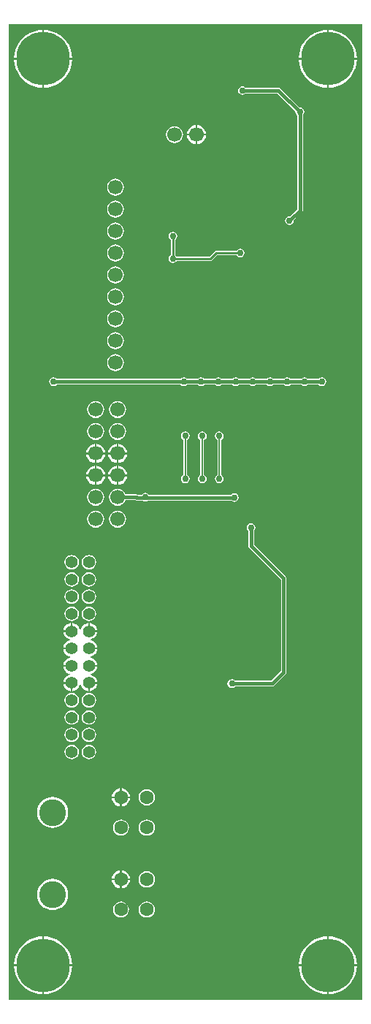
<source format=gbl>
G04*
G04 #@! TF.GenerationSoftware,Altium Limited,Altium Designer,20.2.6 (244)*
G04*
G04 Layer_Physical_Order=2*
G04 Layer_Color=16711680*
%FSLAX25Y25*%
%MOIN*%
G70*
G04*
G04 #@! TF.SameCoordinates,AB67291A-AA9B-40AF-8186-DAF89046D4B2*
G04*
G04*
G04 #@! TF.FilePolarity,Positive*
G04*
G01*
G75*
%ADD13C,0.01000*%
%ADD47C,0.00600*%
%ADD48C,0.01600*%
%ADD52C,0.06299*%
%ADD53C,0.12205*%
%ADD54C,0.06693*%
%ADD55C,0.05512*%
%ADD56C,0.24410*%
%ADD57C,0.02953*%
G36*
X163315Y2039D02*
X2039D01*
Y446780D01*
X163315D01*
X163315Y2039D01*
D02*
G37*
%LPC*%
G36*
X148038Y444316D02*
Y431502D01*
X160852D01*
X160720Y433174D01*
X160235Y435195D01*
X159440Y437116D01*
X158354Y438888D01*
X157004Y440468D01*
X155423Y441818D01*
X153651Y442904D01*
X151731Y443700D01*
X149710Y444185D01*
X148038Y444316D01*
D02*
G37*
G36*
X147238D02*
X145566Y444185D01*
X143545Y443700D01*
X141624Y442904D01*
X139852Y441818D01*
X138272Y440468D01*
X136922Y438888D01*
X135836Y437116D01*
X135040Y435195D01*
X134555Y433174D01*
X134424Y431502D01*
X147238D01*
Y444316D01*
D02*
G37*
G36*
X18116D02*
Y431502D01*
X30931D01*
X30799Y433174D01*
X30314Y435195D01*
X29518Y437116D01*
X28432Y438888D01*
X27083Y440468D01*
X25502Y441818D01*
X23730Y442904D01*
X21810Y443700D01*
X19789Y444185D01*
X18116Y444316D01*
D02*
G37*
G36*
X17316D02*
X15644Y444185D01*
X13623Y443700D01*
X11703Y442904D01*
X9931Y441818D01*
X8350Y440468D01*
X7001Y438888D01*
X5915Y437116D01*
X5119Y435195D01*
X4634Y433174D01*
X4502Y431502D01*
X17316D01*
Y444316D01*
D02*
G37*
G36*
X160852Y430702D02*
X148038D01*
Y417888D01*
X149710Y418020D01*
X151731Y418505D01*
X153651Y419301D01*
X155423Y420387D01*
X157004Y421736D01*
X158354Y423317D01*
X159440Y425089D01*
X160235Y427009D01*
X160720Y429030D01*
X160852Y430702D01*
D02*
G37*
G36*
X147238D02*
X134424D01*
X134555Y429030D01*
X135040Y427009D01*
X135836Y425089D01*
X136922Y423317D01*
X138272Y421736D01*
X139852Y420387D01*
X141624Y419301D01*
X143545Y418505D01*
X145566Y418020D01*
X147238Y417888D01*
Y430702D01*
D02*
G37*
G36*
X30931D02*
X18116D01*
Y417888D01*
X19789Y418020D01*
X21810Y418505D01*
X23730Y419301D01*
X25502Y420387D01*
X27083Y421736D01*
X28432Y423317D01*
X29518Y425089D01*
X30314Y427009D01*
X30799Y429030D01*
X30931Y430702D01*
D02*
G37*
G36*
X17316D02*
X4502D01*
X4634Y429030D01*
X5119Y427009D01*
X5915Y425089D01*
X7001Y423317D01*
X8350Y421736D01*
X9931Y420387D01*
X11703Y419301D01*
X13623Y418505D01*
X15644Y418020D01*
X17316Y417888D01*
Y430702D01*
D02*
G37*
G36*
X88077Y400867D02*
Y396935D01*
X92009D01*
X91912Y397670D01*
X91474Y398727D01*
X90777Y399635D01*
X89869Y400332D01*
X88812Y400770D01*
X88077Y400867D01*
D02*
G37*
G36*
X87277D02*
X86542Y400770D01*
X85485Y400332D01*
X84577Y399635D01*
X83881Y398727D01*
X83443Y397670D01*
X83346Y396935D01*
X87277D01*
Y400867D01*
D02*
G37*
G36*
X77677Y400415D02*
X76673Y400283D01*
X75737Y399895D01*
X74934Y399279D01*
X74317Y398475D01*
X73930Y397540D01*
X73798Y396535D01*
X73930Y395531D01*
X74317Y394596D01*
X74934Y393792D01*
X75737Y393176D01*
X76673Y392788D01*
X77677Y392656D01*
X78681Y392788D01*
X79617Y393176D01*
X80421Y393792D01*
X81037Y394596D01*
X81425Y395531D01*
X81557Y396535D01*
X81425Y397540D01*
X81037Y398475D01*
X80421Y399279D01*
X79617Y399895D01*
X78681Y400283D01*
X77677Y400415D01*
D02*
G37*
G36*
X87277Y396135D02*
X83346D01*
X83443Y395401D01*
X83881Y394343D01*
X84577Y393436D01*
X85485Y392739D01*
X86542Y392301D01*
X87277Y392204D01*
Y396135D01*
D02*
G37*
G36*
X92009D02*
X88077D01*
Y392204D01*
X88812Y392301D01*
X89869Y392739D01*
X90777Y393436D01*
X91474Y394343D01*
X91912Y395401D01*
X92009Y396135D01*
D02*
G37*
G36*
X50748Y376439D02*
X49744Y376307D01*
X48808Y375919D01*
X48005Y375302D01*
X47388Y374499D01*
X47001Y373563D01*
X46868Y372559D01*
X47001Y371555D01*
X47388Y370619D01*
X48005Y369816D01*
X48808Y369199D01*
X49744Y368812D01*
X50748Y368679D01*
X51752Y368812D01*
X52688Y369199D01*
X53491Y369816D01*
X54108Y370619D01*
X54496Y371555D01*
X54628Y372559D01*
X54496Y373563D01*
X54108Y374499D01*
X53491Y375302D01*
X52688Y375919D01*
X51752Y376307D01*
X50748Y376439D01*
D02*
G37*
G36*
X108660Y418652D02*
X107889Y418499D01*
X107235Y418062D01*
X106798Y417408D01*
X106645Y416637D01*
X106798Y415866D01*
X107235Y415212D01*
X107889Y414775D01*
X108660Y414622D01*
X109431Y414775D01*
X110085Y415212D01*
X110151Y415311D01*
X124557D01*
X132858Y407011D01*
X132834Y406894D01*
X132988Y406122D01*
X133425Y405469D01*
X133524Y405402D01*
Y362592D01*
X130208Y359275D01*
X130091Y359299D01*
X129319Y359145D01*
X128666Y358708D01*
X128229Y358055D01*
X128076Y357283D01*
X128229Y356512D01*
X128666Y355859D01*
X129319Y355422D01*
X130091Y355268D01*
X130862Y355422D01*
X131515Y355859D01*
X131952Y356512D01*
X132106Y357283D01*
X132082Y357401D01*
X135787Y361105D01*
X136074Y361535D01*
X136175Y362042D01*
Y405402D01*
X136275Y405469D01*
X136711Y406122D01*
X136865Y406894D01*
X136711Y407665D01*
X136275Y408319D01*
X135621Y408755D01*
X134850Y408909D01*
X134732Y408885D01*
X126043Y417574D01*
X125613Y417862D01*
X125106Y417963D01*
X110151D01*
X110085Y418062D01*
X109431Y418499D01*
X108660Y418652D01*
D02*
G37*
G36*
X50748Y366439D02*
X49744Y366306D01*
X48808Y365919D01*
X48005Y365302D01*
X47388Y364499D01*
X47001Y363563D01*
X46868Y362559D01*
X47001Y361555D01*
X47388Y360619D01*
X48005Y359816D01*
X48808Y359199D01*
X49744Y358812D01*
X50748Y358679D01*
X51752Y358812D01*
X52688Y359199D01*
X53491Y359816D01*
X54108Y360619D01*
X54496Y361555D01*
X54628Y362559D01*
X54496Y363563D01*
X54108Y364499D01*
X53491Y365302D01*
X52688Y365919D01*
X51752Y366306D01*
X50748Y366439D01*
D02*
G37*
G36*
Y356439D02*
X49744Y356307D01*
X48808Y355919D01*
X48005Y355302D01*
X47388Y354499D01*
X47001Y353563D01*
X46868Y352559D01*
X47001Y351555D01*
X47388Y350619D01*
X48005Y349816D01*
X48808Y349199D01*
X49744Y348812D01*
X50748Y348679D01*
X51752Y348812D01*
X52688Y349199D01*
X53491Y349816D01*
X54108Y350619D01*
X54496Y351555D01*
X54628Y352559D01*
X54496Y353563D01*
X54108Y354499D01*
X53491Y355302D01*
X52688Y355919D01*
X51752Y356307D01*
X50748Y356439D01*
D02*
G37*
G36*
X76900Y352215D02*
X76129Y352062D01*
X75475Y351625D01*
X75038Y350971D01*
X74885Y350200D01*
X75038Y349429D01*
X75475Y348775D01*
X75880Y348504D01*
Y341658D01*
X75475Y341388D01*
X75038Y340734D01*
X74885Y339963D01*
X75038Y339191D01*
X75475Y338538D01*
X76129Y338101D01*
X76900Y337948D01*
X77671Y338101D01*
X78325Y338538D01*
X78554Y338880D01*
X94000D01*
X94390Y338958D01*
X94721Y339179D01*
X97062Y341520D01*
X105922D01*
X106193Y341114D01*
X106847Y340678D01*
X107618Y340524D01*
X108389Y340678D01*
X109043Y341114D01*
X109480Y341768D01*
X109633Y342539D01*
X109480Y343310D01*
X109043Y343964D01*
X108389Y344401D01*
X107618Y344554D01*
X106847Y344401D01*
X106193Y343964D01*
X105922Y343559D01*
X96639D01*
X96249Y343481D01*
X95918Y343260D01*
X93578Y340920D01*
X78637D01*
X78325Y341388D01*
X77920Y341658D01*
Y348504D01*
X78325Y348775D01*
X78762Y349429D01*
X78915Y350200D01*
X78762Y350971D01*
X78325Y351625D01*
X77671Y352062D01*
X76900Y352215D01*
D02*
G37*
G36*
X50748Y346439D02*
X49744Y346306D01*
X48808Y345919D01*
X48005Y345302D01*
X47388Y344499D01*
X47001Y343563D01*
X46868Y342559D01*
X47001Y341555D01*
X47388Y340619D01*
X48005Y339816D01*
X48808Y339199D01*
X49744Y338812D01*
X50748Y338679D01*
X51752Y338812D01*
X52688Y339199D01*
X53491Y339816D01*
X54108Y340619D01*
X54496Y341555D01*
X54628Y342559D01*
X54496Y343563D01*
X54108Y344499D01*
X53491Y345302D01*
X52688Y345919D01*
X51752Y346306D01*
X50748Y346439D01*
D02*
G37*
G36*
Y336439D02*
X49744Y336307D01*
X48808Y335919D01*
X48005Y335302D01*
X47388Y334499D01*
X47001Y333563D01*
X46868Y332559D01*
X47001Y331555D01*
X47388Y330619D01*
X48005Y329816D01*
X48808Y329199D01*
X49744Y328812D01*
X50748Y328679D01*
X51752Y328812D01*
X52688Y329199D01*
X53491Y329816D01*
X54108Y330619D01*
X54496Y331555D01*
X54628Y332559D01*
X54496Y333563D01*
X54108Y334499D01*
X53491Y335302D01*
X52688Y335919D01*
X51752Y336307D01*
X50748Y336439D01*
D02*
G37*
G36*
Y326439D02*
X49744Y326307D01*
X48808Y325919D01*
X48005Y325302D01*
X47388Y324499D01*
X47001Y323563D01*
X46868Y322559D01*
X47001Y321555D01*
X47388Y320619D01*
X48005Y319816D01*
X48808Y319199D01*
X49744Y318812D01*
X50748Y318679D01*
X51752Y318812D01*
X52688Y319199D01*
X53491Y319816D01*
X54108Y320619D01*
X54496Y321555D01*
X54628Y322559D01*
X54496Y323563D01*
X54108Y324499D01*
X53491Y325302D01*
X52688Y325919D01*
X51752Y326307D01*
X50748Y326439D01*
D02*
G37*
G36*
Y316439D02*
X49744Y316306D01*
X48808Y315919D01*
X48005Y315302D01*
X47388Y314499D01*
X47001Y313563D01*
X46868Y312559D01*
X47001Y311555D01*
X47388Y310619D01*
X48005Y309816D01*
X48808Y309199D01*
X49744Y308812D01*
X50748Y308679D01*
X51752Y308812D01*
X52688Y309199D01*
X53491Y309816D01*
X54108Y310619D01*
X54496Y311555D01*
X54628Y312559D01*
X54496Y313563D01*
X54108Y314499D01*
X53491Y315302D01*
X52688Y315919D01*
X51752Y316306D01*
X50748Y316439D01*
D02*
G37*
G36*
Y306439D02*
X49744Y306307D01*
X48808Y305919D01*
X48005Y305302D01*
X47388Y304499D01*
X47001Y303563D01*
X46868Y302559D01*
X47001Y301555D01*
X47388Y300619D01*
X48005Y299816D01*
X48808Y299199D01*
X49744Y298812D01*
X50748Y298679D01*
X51752Y298812D01*
X52688Y299199D01*
X53491Y299816D01*
X54108Y300619D01*
X54496Y301555D01*
X54628Y302559D01*
X54496Y303563D01*
X54108Y304499D01*
X53491Y305302D01*
X52688Y305919D01*
X51752Y306307D01*
X50748Y306439D01*
D02*
G37*
G36*
Y296439D02*
X49744Y296306D01*
X48808Y295919D01*
X48005Y295302D01*
X47388Y294499D01*
X47001Y293563D01*
X46868Y292559D01*
X47001Y291555D01*
X47388Y290619D01*
X48005Y289816D01*
X48808Y289199D01*
X49744Y288812D01*
X50748Y288679D01*
X51752Y288812D01*
X52688Y289199D01*
X53491Y289816D01*
X54108Y290619D01*
X54496Y291555D01*
X54628Y292559D01*
X54496Y293563D01*
X54108Y294499D01*
X53491Y295302D01*
X52688Y295919D01*
X51752Y296306D01*
X50748Y296439D01*
D02*
G37*
G36*
X144882Y285873D02*
X144111Y285720D01*
X143457Y285283D01*
X143391Y285184D01*
X138499D01*
X138433Y285283D01*
X137779Y285720D01*
X137008Y285873D01*
X136237Y285720D01*
X135583Y285283D01*
X135517Y285184D01*
X130625D01*
X130559Y285283D01*
X129905Y285720D01*
X129134Y285873D01*
X128363Y285720D01*
X127709Y285283D01*
X127643Y285184D01*
X122751D01*
X122685Y285283D01*
X122031Y285720D01*
X121260Y285873D01*
X120489Y285720D01*
X119835Y285283D01*
X119769Y285184D01*
X114877D01*
X114811Y285283D01*
X114157Y285720D01*
X113386Y285873D01*
X112615Y285720D01*
X111961Y285283D01*
X111895Y285184D01*
X107003D01*
X106937Y285283D01*
X106283Y285720D01*
X105512Y285873D01*
X104741Y285720D01*
X104087Y285283D01*
X104021Y285184D01*
X99129D01*
X99063Y285283D01*
X98409Y285720D01*
X97638Y285873D01*
X96867Y285720D01*
X96213Y285283D01*
X96147Y285184D01*
X91255D01*
X91189Y285283D01*
X90535Y285720D01*
X89764Y285873D01*
X88993Y285720D01*
X88339Y285283D01*
X88273Y285184D01*
X83381D01*
X83315Y285283D01*
X82661Y285720D01*
X81890Y285873D01*
X81119Y285720D01*
X80465Y285283D01*
X80398Y285184D01*
X23932D01*
X23866Y285283D01*
X23212Y285720D01*
X22441Y285873D01*
X21670Y285720D01*
X21016Y285283D01*
X20579Y284629D01*
X20426Y283858D01*
X20579Y283087D01*
X21016Y282433D01*
X21670Y281997D01*
X22441Y281843D01*
X23212Y281997D01*
X23866Y282433D01*
X23932Y282533D01*
X80398D01*
X80465Y282433D01*
X81119Y281997D01*
X81890Y281843D01*
X82661Y281997D01*
X83315Y282433D01*
X83381Y282533D01*
X88273D01*
X88339Y282433D01*
X88993Y281997D01*
X89764Y281843D01*
X90535Y281997D01*
X91189Y282433D01*
X91255Y282533D01*
X96147D01*
X96213Y282433D01*
X96867Y281997D01*
X97638Y281843D01*
X98409Y281997D01*
X99063Y282433D01*
X99129Y282533D01*
X104021D01*
X104087Y282433D01*
X104741Y281997D01*
X105512Y281843D01*
X106283Y281997D01*
X106937Y282433D01*
X107003Y282533D01*
X111895D01*
X111961Y282433D01*
X112615Y281997D01*
X113386Y281843D01*
X114157Y281997D01*
X114811Y282433D01*
X114877Y282533D01*
X119769D01*
X119835Y282433D01*
X120489Y281997D01*
X121260Y281843D01*
X122031Y281997D01*
X122685Y282433D01*
X122751Y282533D01*
X127643D01*
X127709Y282433D01*
X128363Y281997D01*
X129134Y281843D01*
X129905Y281997D01*
X130559Y282433D01*
X130625Y282533D01*
X135517D01*
X135583Y282433D01*
X136237Y281997D01*
X137008Y281843D01*
X137779Y281997D01*
X138433Y282433D01*
X138499Y282533D01*
X143391D01*
X143457Y282433D01*
X144111Y281997D01*
X144882Y281843D01*
X145653Y281997D01*
X146307Y282433D01*
X146744Y283087D01*
X146897Y283858D01*
X146744Y284629D01*
X146307Y285283D01*
X145653Y285720D01*
X144882Y285873D01*
D02*
G37*
G36*
X51653Y275021D02*
X50649Y274889D01*
X49714Y274502D01*
X48910Y273885D01*
X48294Y273082D01*
X47906Y272146D01*
X47774Y271142D01*
X47906Y270138D01*
X48294Y269202D01*
X48910Y268398D01*
X49714Y267782D01*
X50649Y267394D01*
X51653Y267262D01*
X52658Y267394D01*
X53593Y267782D01*
X54397Y268398D01*
X55013Y269202D01*
X55401Y270138D01*
X55533Y271142D01*
X55401Y272146D01*
X55013Y273082D01*
X54397Y273885D01*
X53593Y274502D01*
X52658Y274889D01*
X51653Y275021D01*
D02*
G37*
G36*
X41653D02*
X40649Y274889D01*
X39714Y274502D01*
X38910Y273885D01*
X38294Y273082D01*
X37906Y272146D01*
X37774Y271142D01*
X37906Y270138D01*
X38294Y269202D01*
X38910Y268398D01*
X39714Y267782D01*
X40649Y267394D01*
X41653Y267262D01*
X42658Y267394D01*
X43593Y267782D01*
X44397Y268398D01*
X45013Y269202D01*
X45401Y270138D01*
X45533Y271142D01*
X45401Y272146D01*
X45013Y273082D01*
X44397Y273885D01*
X43593Y274502D01*
X42658Y274889D01*
X41653Y275021D01*
D02*
G37*
G36*
X51653Y265021D02*
X50649Y264889D01*
X49714Y264502D01*
X48910Y263885D01*
X48294Y263082D01*
X47906Y262146D01*
X47774Y261142D01*
X47906Y260138D01*
X48294Y259202D01*
X48910Y258398D01*
X49714Y257782D01*
X50649Y257394D01*
X51653Y257262D01*
X52658Y257394D01*
X53593Y257782D01*
X54397Y258398D01*
X55013Y259202D01*
X55401Y260138D01*
X55533Y261142D01*
X55401Y262146D01*
X55013Y263082D01*
X54397Y263885D01*
X53593Y264502D01*
X52658Y264889D01*
X51653Y265021D01*
D02*
G37*
G36*
X41653D02*
X40649Y264889D01*
X39714Y264502D01*
X38910Y263885D01*
X38294Y263082D01*
X37906Y262146D01*
X37774Y261142D01*
X37906Y260138D01*
X38294Y259202D01*
X38910Y258398D01*
X39714Y257782D01*
X40649Y257394D01*
X41653Y257262D01*
X42658Y257394D01*
X43593Y257782D01*
X44397Y258398D01*
X45013Y259202D01*
X45401Y260138D01*
X45533Y261142D01*
X45401Y262146D01*
X45013Y263082D01*
X44397Y263885D01*
X43593Y264502D01*
X42658Y264889D01*
X41653Y265021D01*
D02*
G37*
G36*
X52053Y255473D02*
Y251542D01*
X55985D01*
X55888Y252276D01*
X55450Y253334D01*
X54754Y254242D01*
X53846Y254938D01*
X52788Y255376D01*
X52053Y255473D01*
D02*
G37*
G36*
X42054D02*
Y251542D01*
X45985D01*
X45888Y252276D01*
X45450Y253334D01*
X44754Y254242D01*
X43845Y254938D01*
X42788Y255376D01*
X42054Y255473D01*
D02*
G37*
G36*
X41254D02*
X40519Y255376D01*
X39462Y254938D01*
X38554Y254242D01*
X37857Y253334D01*
X37419Y252276D01*
X37322Y251542D01*
X41254D01*
Y255473D01*
D02*
G37*
G36*
X51253D02*
X50519Y255376D01*
X49462Y254938D01*
X48554Y254242D01*
X47857Y253334D01*
X47419Y252276D01*
X47322Y251542D01*
X51253D01*
Y255473D01*
D02*
G37*
G36*
X55985Y250742D02*
X52053D01*
Y246810D01*
X52788Y246907D01*
X53846Y247345D01*
X54754Y248042D01*
X55450Y248950D01*
X55888Y250007D01*
X55985Y250742D01*
D02*
G37*
G36*
X45985D02*
X42054D01*
Y246810D01*
X42788Y246907D01*
X43845Y247345D01*
X44754Y248042D01*
X45450Y248950D01*
X45888Y250007D01*
X45985Y250742D01*
D02*
G37*
G36*
X51253D02*
X47322D01*
X47419Y250007D01*
X47857Y248950D01*
X48554Y248042D01*
X49462Y247345D01*
X50519Y246907D01*
X51253Y246810D01*
Y250742D01*
D02*
G37*
G36*
X41254D02*
X37322D01*
X37419Y250007D01*
X37857Y248950D01*
X38554Y248042D01*
X39462Y247345D01*
X40519Y246907D01*
X41254Y246810D01*
Y250742D01*
D02*
G37*
G36*
X52053Y245473D02*
Y241542D01*
X55985D01*
X55888Y242276D01*
X55450Y243334D01*
X54754Y244242D01*
X53846Y244938D01*
X52788Y245376D01*
X52053Y245473D01*
D02*
G37*
G36*
X42054D02*
Y241542D01*
X45985D01*
X45888Y242276D01*
X45450Y243334D01*
X44754Y244242D01*
X43845Y244938D01*
X42788Y245376D01*
X42054Y245473D01*
D02*
G37*
G36*
X41254D02*
X40519Y245376D01*
X39462Y244938D01*
X38554Y244242D01*
X37857Y243334D01*
X37419Y242276D01*
X37322Y241542D01*
X41254D01*
Y245473D01*
D02*
G37*
G36*
X51253D02*
X50519Y245376D01*
X49462Y244938D01*
X48554Y244242D01*
X47857Y243334D01*
X47419Y242276D01*
X47322Y241542D01*
X51253D01*
Y245473D01*
D02*
G37*
G36*
X98050Y261115D02*
X97279Y260962D01*
X96625Y260525D01*
X96188Y259871D01*
X96035Y259100D01*
X96188Y258329D01*
X96625Y257675D01*
X97234Y257268D01*
Y241432D01*
X96625Y241025D01*
X96188Y240371D01*
X96035Y239600D01*
X96188Y238829D01*
X96625Y238175D01*
X97279Y237738D01*
X98050Y237585D01*
X98821Y237738D01*
X99475Y238175D01*
X99912Y238829D01*
X100065Y239600D01*
X99912Y240371D01*
X99475Y241025D01*
X98866Y241432D01*
Y257268D01*
X99475Y257675D01*
X99912Y258329D01*
X100065Y259100D01*
X99912Y259871D01*
X99475Y260525D01*
X98821Y260962D01*
X98050Y261115D01*
D02*
G37*
G36*
X90310D02*
X89539Y260962D01*
X88885Y260525D01*
X88448Y259871D01*
X88295Y259100D01*
X88448Y258329D01*
X88885Y257675D01*
X89494Y257268D01*
Y241432D01*
X88885Y241025D01*
X88448Y240371D01*
X88295Y239600D01*
X88448Y238829D01*
X88885Y238175D01*
X89539Y237738D01*
X90310Y237585D01*
X91081Y237738D01*
X91735Y238175D01*
X92172Y238829D01*
X92325Y239600D01*
X92172Y240371D01*
X91735Y241025D01*
X91126Y241432D01*
Y257268D01*
X91735Y257675D01*
X92172Y258329D01*
X92325Y259100D01*
X92172Y259871D01*
X91735Y260525D01*
X91081Y260962D01*
X90310Y261115D01*
D02*
G37*
G36*
X82570D02*
X81799Y260962D01*
X81145Y260525D01*
X80708Y259871D01*
X80555Y259100D01*
X80708Y258329D01*
X81145Y257675D01*
X81754Y257268D01*
Y241432D01*
X81145Y241025D01*
X80708Y240371D01*
X80555Y239600D01*
X80708Y238829D01*
X81145Y238175D01*
X81799Y237738D01*
X82570Y237585D01*
X83341Y237738D01*
X83995Y238175D01*
X84432Y238829D01*
X84585Y239600D01*
X84432Y240371D01*
X83995Y241025D01*
X83386Y241432D01*
Y257268D01*
X83995Y257675D01*
X84432Y258329D01*
X84585Y259100D01*
X84432Y259871D01*
X83995Y260525D01*
X83341Y260962D01*
X82570Y261115D01*
D02*
G37*
G36*
X55985Y240742D02*
X52053D01*
Y236810D01*
X52788Y236907D01*
X53846Y237345D01*
X54754Y238042D01*
X55450Y238950D01*
X55888Y240007D01*
X55985Y240742D01*
D02*
G37*
G36*
X45985D02*
X42054D01*
Y236810D01*
X42788Y236907D01*
X43845Y237345D01*
X44754Y238042D01*
X45450Y238950D01*
X45888Y240007D01*
X45985Y240742D01*
D02*
G37*
G36*
X51253D02*
X47322D01*
X47419Y240007D01*
X47857Y238950D01*
X48554Y238042D01*
X49462Y237345D01*
X50519Y236907D01*
X51253Y236810D01*
Y240742D01*
D02*
G37*
G36*
X41254D02*
X37322D01*
X37419Y240007D01*
X37857Y238950D01*
X38554Y238042D01*
X39462Y237345D01*
X40519Y236907D01*
X41254Y236810D01*
Y240742D01*
D02*
G37*
G36*
X51653Y235021D02*
X50649Y234889D01*
X49714Y234502D01*
X48910Y233885D01*
X48294Y233082D01*
X47906Y232146D01*
X47774Y231142D01*
X47906Y230138D01*
X48294Y229202D01*
X48910Y228398D01*
X49714Y227782D01*
X50649Y227394D01*
X51653Y227262D01*
X52658Y227394D01*
X53593Y227782D01*
X54397Y228398D01*
X55013Y229202D01*
X55252Y229777D01*
X60078D01*
X60276Y229737D01*
X60276Y229737D01*
X62941D01*
X62951Y229722D01*
X63604Y229286D01*
X64376Y229132D01*
X65147Y229286D01*
X65800Y229722D01*
X65811Y229737D01*
X103482D01*
X103549Y229638D01*
X104202Y229201D01*
X104974Y229048D01*
X105745Y229201D01*
X106398Y229638D01*
X106835Y230292D01*
X106989Y231063D01*
X106835Y231834D01*
X106398Y232488D01*
X105745Y232925D01*
X104974Y233078D01*
X104202Y232925D01*
X103549Y232488D01*
X103482Y232388D01*
X65923D01*
X65800Y232572D01*
X65147Y233009D01*
X64376Y233162D01*
X63604Y233009D01*
X62951Y232572D01*
X62828Y232388D01*
X60474D01*
X60276Y232428D01*
X55284D01*
X55013Y233082D01*
X54397Y233885D01*
X53593Y234502D01*
X52658Y234889D01*
X51653Y235021D01*
D02*
G37*
G36*
X41653D02*
X40649Y234889D01*
X39714Y234502D01*
X38910Y233885D01*
X38294Y233082D01*
X37906Y232146D01*
X37774Y231142D01*
X37906Y230138D01*
X38294Y229202D01*
X38910Y228398D01*
X39714Y227782D01*
X40649Y227394D01*
X41653Y227262D01*
X42658Y227394D01*
X43593Y227782D01*
X44397Y228398D01*
X45013Y229202D01*
X45401Y230138D01*
X45533Y231142D01*
X45401Y232146D01*
X45013Y233082D01*
X44397Y233885D01*
X43593Y234502D01*
X42658Y234889D01*
X41653Y235021D01*
D02*
G37*
G36*
X51653Y225021D02*
X50649Y224889D01*
X49714Y224502D01*
X48910Y223885D01*
X48294Y223082D01*
X47906Y222146D01*
X47774Y221142D01*
X47906Y220138D01*
X48294Y219202D01*
X48910Y218398D01*
X49714Y217782D01*
X50649Y217394D01*
X51653Y217262D01*
X52658Y217394D01*
X53593Y217782D01*
X54397Y218398D01*
X55013Y219202D01*
X55401Y220138D01*
X55533Y221142D01*
X55401Y222146D01*
X55013Y223082D01*
X54397Y223885D01*
X53593Y224502D01*
X52658Y224889D01*
X51653Y225021D01*
D02*
G37*
G36*
X41653D02*
X40649Y224889D01*
X39714Y224502D01*
X38910Y223885D01*
X38294Y223082D01*
X37906Y222146D01*
X37774Y221142D01*
X37906Y220138D01*
X38294Y219202D01*
X38910Y218398D01*
X39714Y217782D01*
X40649Y217394D01*
X41653Y217262D01*
X42658Y217394D01*
X43593Y217782D01*
X44397Y218398D01*
X45013Y219202D01*
X45401Y220138D01*
X45533Y221142D01*
X45401Y222146D01*
X45013Y223082D01*
X44397Y223885D01*
X43593Y224502D01*
X42658Y224889D01*
X41653Y225021D01*
D02*
G37*
G36*
X30709Y204859D02*
X29859Y204747D01*
X29067Y204419D01*
X28387Y203897D01*
X27865Y203217D01*
X27537Y202425D01*
X27425Y201575D01*
X27537Y200725D01*
X27865Y199933D01*
X28387Y199253D01*
X29067Y198731D01*
X29859Y198403D01*
X30709Y198291D01*
X31559Y198403D01*
X32351Y198731D01*
X33031Y199253D01*
X33553Y199933D01*
X33881Y200725D01*
X33993Y201575D01*
X33881Y202425D01*
X33553Y203217D01*
X33031Y203897D01*
X32351Y204419D01*
X31559Y204747D01*
X30709Y204859D01*
D02*
G37*
G36*
X38583Y204859D02*
X37733Y204747D01*
X36941Y204419D01*
X36261Y203897D01*
X35739Y203217D01*
X35411Y202425D01*
X35299Y201575D01*
X35411Y200725D01*
X35739Y199933D01*
X36261Y199253D01*
X36941Y198731D01*
X37733Y198403D01*
X38583Y198291D01*
X39433Y198403D01*
X40225Y198731D01*
X40905Y199253D01*
X41427Y199933D01*
X41755Y200725D01*
X41867Y201575D01*
X41755Y202425D01*
X41427Y203217D01*
X40905Y203897D01*
X40225Y204419D01*
X39433Y204747D01*
X38583Y204859D01*
D02*
G37*
G36*
X30709Y196985D02*
X29859Y196873D01*
X29067Y196545D01*
X28387Y196023D01*
X27865Y195343D01*
X27537Y194551D01*
X27425Y193701D01*
X27537Y192851D01*
X27865Y192059D01*
X28387Y191379D01*
X29067Y190857D01*
X29859Y190529D01*
X30709Y190417D01*
X31559Y190529D01*
X32351Y190857D01*
X33031Y191379D01*
X33553Y192059D01*
X33881Y192851D01*
X33993Y193701D01*
X33881Y194551D01*
X33553Y195343D01*
X33031Y196023D01*
X32351Y196545D01*
X31559Y196873D01*
X30709Y196985D01*
D02*
G37*
G36*
X38583Y196985D02*
X37733Y196873D01*
X36941Y196545D01*
X36261Y196023D01*
X35739Y195343D01*
X35411Y194551D01*
X35299Y193701D01*
X35411Y192851D01*
X35739Y192059D01*
X36261Y191379D01*
X36941Y190857D01*
X37733Y190529D01*
X38583Y190417D01*
X39433Y190529D01*
X40225Y190857D01*
X40905Y191379D01*
X41427Y192059D01*
X41755Y192851D01*
X41867Y193701D01*
X41755Y194551D01*
X41427Y195343D01*
X40905Y196023D01*
X40225Y196545D01*
X39433Y196873D01*
X38583Y196985D01*
D02*
G37*
G36*
X30709Y189111D02*
X29859Y188999D01*
X29067Y188671D01*
X28387Y188149D01*
X27865Y187469D01*
X27537Y186677D01*
X27425Y185827D01*
X27537Y184977D01*
X27865Y184185D01*
X28387Y183505D01*
X29067Y182983D01*
X29859Y182655D01*
X30709Y182543D01*
X31559Y182655D01*
X32351Y182983D01*
X33031Y183505D01*
X33553Y184185D01*
X33881Y184977D01*
X33993Y185827D01*
X33881Y186677D01*
X33553Y187469D01*
X33031Y188149D01*
X32351Y188671D01*
X31559Y188999D01*
X30709Y189111D01*
D02*
G37*
G36*
X38583Y189111D02*
X37733Y188999D01*
X36941Y188671D01*
X36261Y188149D01*
X35739Y187469D01*
X35411Y186677D01*
X35299Y185827D01*
X35411Y184977D01*
X35739Y184185D01*
X36261Y183505D01*
X36941Y182983D01*
X37733Y182655D01*
X38583Y182543D01*
X39433Y182655D01*
X40225Y182983D01*
X40905Y183505D01*
X41427Y184185D01*
X41755Y184977D01*
X41867Y185827D01*
X41755Y186677D01*
X41427Y187469D01*
X40905Y188149D01*
X40225Y188671D01*
X39433Y188999D01*
X38583Y189111D01*
D02*
G37*
G36*
Y181237D02*
X37733Y181125D01*
X36941Y180797D01*
X36261Y180275D01*
X35739Y179595D01*
X35411Y178803D01*
X35299Y177953D01*
X35411Y177103D01*
X35739Y176311D01*
X36261Y175631D01*
X36941Y175109D01*
X37733Y174781D01*
X38583Y174669D01*
X39433Y174781D01*
X40225Y175109D01*
X40905Y175631D01*
X41427Y176311D01*
X41755Y177103D01*
X41867Y177953D01*
X41755Y178803D01*
X41427Y179595D01*
X40905Y180275D01*
X40225Y180797D01*
X39433Y181125D01*
X38583Y181237D01*
D02*
G37*
G36*
X30709D02*
X29859Y181125D01*
X29067Y180797D01*
X28387Y180275D01*
X27865Y179595D01*
X27537Y178803D01*
X27425Y177953D01*
X27537Y177103D01*
X27865Y176311D01*
X28387Y175631D01*
X29067Y175109D01*
X29859Y174781D01*
X30709Y174669D01*
X31559Y174781D01*
X32351Y175109D01*
X33031Y175631D01*
X33553Y176311D01*
X33881Y177103D01*
X33993Y177953D01*
X33881Y178803D01*
X33553Y179595D01*
X33031Y180275D01*
X32351Y180797D01*
X31559Y181125D01*
X30709Y181237D01*
D02*
G37*
G36*
X30309Y173814D02*
X29728Y173738D01*
X28815Y173360D01*
X28030Y172757D01*
X27428Y171973D01*
X27049Y171059D01*
X26973Y170479D01*
X30309D01*
Y173814D01*
D02*
G37*
G36*
X38983Y173814D02*
Y170479D01*
X42318D01*
X42242Y171059D01*
X41864Y171973D01*
X41261Y172757D01*
X40477Y173360D01*
X39563Y173738D01*
X38983Y173814D01*
D02*
G37*
G36*
X112563Y219283D02*
X111792Y219129D01*
X111138Y218693D01*
X110701Y218039D01*
X110548Y217268D01*
X110701Y216496D01*
X111138Y215843D01*
X111238Y215776D01*
Y209037D01*
X111338Y208530D01*
X111626Y208100D01*
X126174Y193551D01*
Y151949D01*
X121651Y147425D01*
X105341D01*
X105275Y147525D01*
X104621Y147962D01*
X103850Y148115D01*
X103079Y147962D01*
X102425Y147525D01*
X101988Y146871D01*
X101835Y146100D01*
X101988Y145329D01*
X102425Y144675D01*
X103079Y144238D01*
X103850Y144085D01*
X104621Y144238D01*
X105275Y144675D01*
X105341Y144774D01*
X122200D01*
X122707Y144875D01*
X123137Y145163D01*
X128437Y150463D01*
X128725Y150893D01*
X128825Y151400D01*
Y194100D01*
X128725Y194607D01*
X128437Y195037D01*
X113889Y209586D01*
Y215776D01*
X113988Y215843D01*
X114425Y216496D01*
X114578Y217268D01*
X114425Y218039D01*
X113988Y218693D01*
X113334Y219129D01*
X112563Y219283D01*
D02*
G37*
G36*
X30309Y146057D02*
X26973D01*
X27049Y145476D01*
X27428Y144562D01*
X28030Y143778D01*
X28815Y143176D01*
X29728Y142798D01*
X30309Y142721D01*
Y146057D01*
D02*
G37*
G36*
X31109Y173814D02*
Y170079D01*
X30709D01*
Y169679D01*
X26973D01*
X27049Y169098D01*
X27428Y168185D01*
X28030Y167400D01*
X28815Y166798D01*
X29728Y166419D01*
X29923Y166394D01*
Y165890D01*
X29728Y165864D01*
X28815Y165486D01*
X28030Y164883D01*
X27428Y164099D01*
X27049Y163185D01*
X26973Y162605D01*
X30709D01*
Y161805D01*
X26973D01*
X27049Y161224D01*
X27428Y160311D01*
X28030Y159526D01*
X28815Y158924D01*
X29728Y158545D01*
X29923Y158520D01*
Y158016D01*
X29728Y157990D01*
X28815Y157612D01*
X28030Y157009D01*
X27428Y156225D01*
X27049Y155311D01*
X26973Y154731D01*
X30709D01*
Y153931D01*
X26973D01*
X27049Y153350D01*
X27428Y152437D01*
X28030Y151652D01*
X28815Y151050D01*
X29728Y150672D01*
X29923Y150646D01*
Y150142D01*
X29728Y150116D01*
X28815Y149738D01*
X28030Y149135D01*
X27428Y148351D01*
X27049Y147437D01*
X26973Y146857D01*
X30709D01*
Y146457D01*
X31109D01*
Y142721D01*
X31689Y142798D01*
X32603Y143176D01*
X33387Y143778D01*
X33989Y144562D01*
X34368Y145476D01*
X34394Y145671D01*
X34898D01*
X34923Y145476D01*
X35302Y144562D01*
X35904Y143778D01*
X36689Y143176D01*
X37602Y142798D01*
X38183Y142721D01*
Y146457D01*
X38583D01*
Y146857D01*
X42318D01*
X42242Y147437D01*
X41864Y148351D01*
X41261Y149135D01*
X40477Y149738D01*
X39563Y150116D01*
X39369Y150142D01*
Y150646D01*
X39563Y150672D01*
X40477Y151050D01*
X41261Y151652D01*
X41864Y152437D01*
X42242Y153350D01*
X42318Y153931D01*
X38583D01*
Y154731D01*
X42318D01*
X42242Y155311D01*
X41864Y156225D01*
X41261Y157009D01*
X40477Y157612D01*
X39563Y157990D01*
X39369Y158016D01*
Y158520D01*
X39563Y158545D01*
X40477Y158924D01*
X41261Y159526D01*
X41864Y160311D01*
X42242Y161224D01*
X42318Y161805D01*
X38583D01*
Y162605D01*
X42318D01*
X42242Y163185D01*
X41864Y164099D01*
X41261Y164883D01*
X40477Y165486D01*
X39563Y165864D01*
X39369Y165890D01*
Y166394D01*
X39563Y166419D01*
X40477Y166798D01*
X41261Y167400D01*
X41864Y168185D01*
X42242Y169098D01*
X42318Y169679D01*
X38583D01*
Y170079D01*
X38183D01*
Y173814D01*
X37602Y173738D01*
X36689Y173360D01*
X35904Y172757D01*
X35302Y171973D01*
X34923Y171059D01*
X34898Y170865D01*
X34394D01*
X34368Y171059D01*
X33989Y171973D01*
X33387Y172757D01*
X32603Y173360D01*
X31689Y173738D01*
X31109Y173814D01*
D02*
G37*
G36*
X42318Y146057D02*
X38983D01*
Y142721D01*
X39563Y142798D01*
X40477Y143176D01*
X41261Y143778D01*
X41864Y144562D01*
X42242Y145476D01*
X42318Y146057D01*
D02*
G37*
G36*
X30709Y141867D02*
X29859Y141755D01*
X29067Y141427D01*
X28387Y140905D01*
X27865Y140225D01*
X27537Y139433D01*
X27425Y138583D01*
X27537Y137733D01*
X27865Y136941D01*
X28387Y136260D01*
X29067Y135739D01*
X29859Y135411D01*
X30709Y135299D01*
X31559Y135411D01*
X32351Y135739D01*
X33031Y136260D01*
X33553Y136941D01*
X33881Y137733D01*
X33993Y138583D01*
X33881Y139433D01*
X33553Y140225D01*
X33031Y140905D01*
X32351Y141427D01*
X31559Y141755D01*
X30709Y141867D01*
D02*
G37*
G36*
X38583Y141867D02*
X37733Y141755D01*
X36941Y141427D01*
X36261Y140905D01*
X35739Y140225D01*
X35411Y139433D01*
X35299Y138583D01*
X35411Y137733D01*
X35739Y136941D01*
X36261Y136260D01*
X36941Y135739D01*
X37733Y135411D01*
X38583Y135299D01*
X39433Y135411D01*
X40225Y135739D01*
X40905Y136260D01*
X41427Y136941D01*
X41755Y137733D01*
X41867Y138583D01*
X41755Y139433D01*
X41427Y140225D01*
X40905Y140905D01*
X40225Y141427D01*
X39433Y141755D01*
X38583Y141867D01*
D02*
G37*
G36*
X30709Y133993D02*
X29859Y133881D01*
X29067Y133553D01*
X28387Y133031D01*
X27865Y132351D01*
X27537Y131559D01*
X27425Y130709D01*
X27537Y129859D01*
X27865Y129067D01*
X28387Y128386D01*
X29067Y127865D01*
X29859Y127537D01*
X30709Y127425D01*
X31559Y127537D01*
X32351Y127865D01*
X33031Y128386D01*
X33553Y129067D01*
X33881Y129859D01*
X33993Y130709D01*
X33881Y131559D01*
X33553Y132351D01*
X33031Y133031D01*
X32351Y133553D01*
X31559Y133881D01*
X30709Y133993D01*
D02*
G37*
G36*
X38583Y133993D02*
X37733Y133881D01*
X36941Y133553D01*
X36261Y133031D01*
X35739Y132351D01*
X35411Y131559D01*
X35299Y130709D01*
X35411Y129859D01*
X35739Y129067D01*
X36261Y128386D01*
X36941Y127865D01*
X37733Y127537D01*
X38583Y127425D01*
X39433Y127537D01*
X40225Y127865D01*
X40905Y128386D01*
X41427Y129067D01*
X41755Y129859D01*
X41867Y130709D01*
X41755Y131559D01*
X41427Y132351D01*
X40905Y133031D01*
X40225Y133553D01*
X39433Y133881D01*
X38583Y133993D01*
D02*
G37*
G36*
Y126119D02*
X37733Y126007D01*
X36941Y125679D01*
X36261Y125157D01*
X35739Y124477D01*
X35411Y123685D01*
X35299Y122835D01*
X35411Y121985D01*
X35739Y121193D01*
X36261Y120512D01*
X36941Y119991D01*
X37733Y119663D01*
X38583Y119551D01*
X39433Y119663D01*
X40225Y119991D01*
X40905Y120512D01*
X41427Y121193D01*
X41755Y121985D01*
X41867Y122835D01*
X41755Y123685D01*
X41427Y124477D01*
X40905Y125157D01*
X40225Y125679D01*
X39433Y126007D01*
X38583Y126119D01*
D02*
G37*
G36*
X30709D02*
X29859Y126007D01*
X29067Y125679D01*
X28387Y125157D01*
X27865Y124477D01*
X27537Y123685D01*
X27425Y122835D01*
X27537Y121985D01*
X27865Y121193D01*
X28387Y120512D01*
X29067Y119991D01*
X29859Y119663D01*
X30709Y119551D01*
X31559Y119663D01*
X32351Y119991D01*
X33031Y120512D01*
X33553Y121193D01*
X33881Y121985D01*
X33993Y122835D01*
X33881Y123685D01*
X33553Y124477D01*
X33031Y125157D01*
X32351Y125679D01*
X31559Y126007D01*
X30709Y126119D01*
D02*
G37*
G36*
X38583Y118245D02*
X37733Y118133D01*
X36941Y117805D01*
X36261Y117283D01*
X35739Y116603D01*
X35411Y115811D01*
X35299Y114961D01*
X35411Y114111D01*
X35739Y113319D01*
X36261Y112638D01*
X36941Y112117D01*
X37733Y111788D01*
X38583Y111677D01*
X39433Y111788D01*
X40225Y112117D01*
X40905Y112638D01*
X41427Y113319D01*
X41755Y114111D01*
X41867Y114961D01*
X41755Y115811D01*
X41427Y116603D01*
X40905Y117283D01*
X40225Y117805D01*
X39433Y118133D01*
X38583Y118245D01*
D02*
G37*
G36*
X30709D02*
X29859Y118133D01*
X29067Y117805D01*
X28387Y117283D01*
X27865Y116603D01*
X27537Y115811D01*
X27425Y114961D01*
X27537Y114111D01*
X27865Y113319D01*
X28387Y112638D01*
X29067Y112117D01*
X29859Y111788D01*
X30709Y111677D01*
X31559Y111788D01*
X32351Y112117D01*
X33031Y112638D01*
X33553Y113319D01*
X33881Y114111D01*
X33993Y114961D01*
X33881Y115811D01*
X33553Y116603D01*
X33031Y117283D01*
X32351Y117805D01*
X31559Y118133D01*
X30709Y118245D01*
D02*
G37*
G36*
X53589Y98424D02*
Y94691D01*
X57322D01*
X57232Y95375D01*
X56814Y96384D01*
X56148Y97251D01*
X55282Y97916D01*
X54272Y98334D01*
X53589Y98424D01*
D02*
G37*
G36*
X52789D02*
X52106Y98334D01*
X51096Y97916D01*
X50229Y97251D01*
X49564Y96384D01*
X49146Y95375D01*
X49056Y94691D01*
X52789D01*
Y98424D01*
D02*
G37*
G36*
X65000Y97972D02*
X64047Y97847D01*
X63159Y97479D01*
X62397Y96894D01*
X61812Y96132D01*
X61444Y95244D01*
X61319Y94291D01*
X61444Y93339D01*
X61812Y92451D01*
X62397Y91688D01*
X63159Y91103D01*
X64047Y90736D01*
X65000Y90610D01*
X65953Y90736D01*
X66840Y91103D01*
X67603Y91688D01*
X68188Y92451D01*
X68556Y93339D01*
X68681Y94291D01*
X68556Y95244D01*
X68188Y96132D01*
X67603Y96894D01*
X66840Y97479D01*
X65953Y97847D01*
X65000Y97972D01*
D02*
G37*
G36*
X57322Y93891D02*
X53589D01*
Y90159D01*
X54272Y90249D01*
X55282Y90667D01*
X56148Y91332D01*
X56814Y92199D01*
X57232Y93208D01*
X57322Y93891D01*
D02*
G37*
G36*
X52789D02*
X49056D01*
X49146Y93208D01*
X49564Y92199D01*
X50229Y91332D01*
X51096Y90667D01*
X52106Y90249D01*
X52789Y90159D01*
Y93891D01*
D02*
G37*
G36*
X22047Y94523D02*
X20658Y94386D01*
X19322Y93980D01*
X18091Y93322D01*
X17012Y92437D01*
X16126Y91358D01*
X15468Y90127D01*
X15063Y88791D01*
X14926Y87402D01*
X15063Y86012D01*
X15468Y84676D01*
X16126Y83445D01*
X17012Y82366D01*
X18091Y81481D01*
X19322Y80823D01*
X20658Y80418D01*
X22047Y80281D01*
X23436Y80418D01*
X24772Y80823D01*
X26003Y81481D01*
X27082Y82366D01*
X27968Y83445D01*
X28626Y84676D01*
X29031Y86012D01*
X29168Y87402D01*
X29031Y88791D01*
X28626Y90127D01*
X27968Y91358D01*
X27082Y92437D01*
X26003Y93322D01*
X24772Y93980D01*
X23436Y94386D01*
X22047Y94523D01*
D02*
G37*
G36*
X65000Y84193D02*
X64047Y84067D01*
X63159Y83700D01*
X62397Y83115D01*
X61812Y82352D01*
X61444Y81464D01*
X61319Y80512D01*
X61444Y79559D01*
X61812Y78671D01*
X62397Y77909D01*
X63159Y77324D01*
X64047Y76956D01*
X65000Y76831D01*
X65953Y76956D01*
X66840Y77324D01*
X67603Y77909D01*
X68188Y78671D01*
X68556Y79559D01*
X68681Y80512D01*
X68556Y81464D01*
X68188Y82352D01*
X67603Y83115D01*
X66840Y83700D01*
X65953Y84067D01*
X65000Y84193D01*
D02*
G37*
G36*
X53189D02*
X52236Y84067D01*
X51348Y83700D01*
X50586Y83115D01*
X50001Y82352D01*
X49633Y81464D01*
X49508Y80512D01*
X49633Y79559D01*
X50001Y78671D01*
X50586Y77909D01*
X51348Y77324D01*
X52236Y76956D01*
X53189Y76831D01*
X54142Y76956D01*
X55029Y77324D01*
X55792Y77909D01*
X56377Y78671D01*
X56745Y79559D01*
X56870Y80512D01*
X56745Y81464D01*
X56377Y82352D01*
X55792Y83115D01*
X55029Y83700D01*
X54142Y84067D01*
X53189Y84193D01*
D02*
G37*
G36*
X53589Y61023D02*
Y57290D01*
X57322D01*
X57232Y57973D01*
X56814Y58982D01*
X56148Y59849D01*
X55282Y60514D01*
X54272Y60933D01*
X53589Y61023D01*
D02*
G37*
G36*
X52789D02*
X52106Y60933D01*
X51096Y60514D01*
X50230Y59849D01*
X49564Y58982D01*
X49146Y57973D01*
X49056Y57290D01*
X52789D01*
Y61023D01*
D02*
G37*
G36*
X65000Y60571D02*
X64047Y60445D01*
X63160Y60078D01*
X62397Y59493D01*
X61812Y58730D01*
X61444Y57842D01*
X61319Y56890D01*
X61444Y55937D01*
X61812Y55049D01*
X62397Y54287D01*
X63160Y53702D01*
X64047Y53334D01*
X65000Y53209D01*
X65953Y53334D01*
X66840Y53702D01*
X67603Y54287D01*
X68188Y55049D01*
X68556Y55937D01*
X68681Y56890D01*
X68556Y57842D01*
X68188Y58730D01*
X67603Y59493D01*
X66840Y60078D01*
X65953Y60445D01*
X65000Y60571D01*
D02*
G37*
G36*
X57322Y56490D02*
X53589D01*
Y52757D01*
X54272Y52847D01*
X55282Y53265D01*
X56148Y53930D01*
X56814Y54797D01*
X57232Y55806D01*
X57322Y56490D01*
D02*
G37*
G36*
X52789D02*
X49056D01*
X49146Y55806D01*
X49564Y54797D01*
X50230Y53930D01*
X51096Y53265D01*
X52106Y52847D01*
X52789Y52757D01*
Y56490D01*
D02*
G37*
G36*
X22047Y57121D02*
X20658Y56984D01*
X19322Y56579D01*
X18091Y55921D01*
X17012Y55035D01*
X16126Y53956D01*
X15468Y52725D01*
X15063Y51389D01*
X14926Y50000D01*
X15063Y48611D01*
X15468Y47275D01*
X16126Y46044D01*
X17012Y44965D01*
X18091Y44079D01*
X19322Y43421D01*
X20658Y43016D01*
X22047Y42879D01*
X23437Y43016D01*
X24772Y43421D01*
X26003Y44079D01*
X27082Y44965D01*
X27968Y46044D01*
X28626Y47275D01*
X29031Y48611D01*
X29168Y50000D01*
X29031Y51389D01*
X28626Y52725D01*
X27968Y53956D01*
X27082Y55035D01*
X26003Y55921D01*
X24772Y56579D01*
X23437Y56984D01*
X22047Y57121D01*
D02*
G37*
G36*
X65000Y46791D02*
X64047Y46666D01*
X63160Y46298D01*
X62397Y45713D01*
X61812Y44951D01*
X61444Y44063D01*
X61319Y43110D01*
X61444Y42158D01*
X61812Y41270D01*
X62397Y40507D01*
X63160Y39922D01*
X64047Y39555D01*
X65000Y39429D01*
X65953Y39555D01*
X66841Y39922D01*
X67603Y40507D01*
X68188Y41270D01*
X68556Y42158D01*
X68681Y43110D01*
X68556Y44063D01*
X68188Y44951D01*
X67603Y45713D01*
X66841Y46298D01*
X65953Y46666D01*
X65000Y46791D01*
D02*
G37*
G36*
X53189D02*
X52236Y46666D01*
X51348Y46298D01*
X50586Y45713D01*
X50001Y44951D01*
X49633Y44063D01*
X49508Y43110D01*
X49633Y42158D01*
X50001Y41270D01*
X50586Y40507D01*
X51348Y39922D01*
X52236Y39555D01*
X53189Y39429D01*
X54142Y39555D01*
X55029Y39922D01*
X55792Y40507D01*
X56377Y41270D01*
X56745Y42158D01*
X56870Y43110D01*
X56745Y44063D01*
X56377Y44951D01*
X55792Y45713D01*
X55029Y46298D01*
X54142Y46666D01*
X53189Y46791D01*
D02*
G37*
G36*
X148038Y30931D02*
Y18116D01*
X160852D01*
X160720Y19789D01*
X160235Y21810D01*
X159440Y23730D01*
X158354Y25502D01*
X157004Y27083D01*
X155423Y28432D01*
X153651Y29518D01*
X151731Y30314D01*
X149710Y30799D01*
X148038Y30931D01*
D02*
G37*
G36*
X147238D02*
X145566Y30799D01*
X143545Y30314D01*
X141624Y29518D01*
X139852Y28432D01*
X138272Y27083D01*
X136922Y25502D01*
X135836Y23730D01*
X135040Y21810D01*
X134555Y19789D01*
X134424Y18116D01*
X147238D01*
Y30931D01*
D02*
G37*
G36*
X18116D02*
Y18116D01*
X30931D01*
X30799Y19789D01*
X30314Y21810D01*
X29518Y23730D01*
X28432Y25502D01*
X27083Y27083D01*
X25502Y28432D01*
X23730Y29518D01*
X21810Y30314D01*
X19789Y30799D01*
X18116Y30931D01*
D02*
G37*
G36*
X17316D02*
X15644Y30799D01*
X13623Y30314D01*
X11703Y29518D01*
X9931Y28432D01*
X8350Y27083D01*
X7001Y25502D01*
X5915Y23730D01*
X5119Y21810D01*
X4634Y19789D01*
X4502Y18116D01*
X17316D01*
Y30931D01*
D02*
G37*
G36*
X160852Y17316D02*
X148038D01*
Y4502D01*
X149710Y4634D01*
X151731Y5119D01*
X153651Y5915D01*
X155423Y7001D01*
X157004Y8350D01*
X158354Y9931D01*
X159440Y11703D01*
X160235Y13623D01*
X160720Y15644D01*
X160852Y17316D01*
D02*
G37*
G36*
X147238D02*
X134424D01*
X134555Y15644D01*
X135040Y13623D01*
X135836Y11703D01*
X136922Y9931D01*
X138272Y8350D01*
X139852Y7001D01*
X141624Y5915D01*
X143545Y5119D01*
X145566Y4634D01*
X147238Y4502D01*
Y17316D01*
D02*
G37*
G36*
X30931D02*
X18116D01*
Y4502D01*
X19789Y4634D01*
X21810Y5119D01*
X23730Y5915D01*
X25502Y7001D01*
X27083Y8350D01*
X28432Y9931D01*
X29518Y11703D01*
X30314Y13623D01*
X30799Y15644D01*
X30931Y17316D01*
D02*
G37*
G36*
X17316D02*
X4502D01*
X4634Y15644D01*
X5119Y13623D01*
X5915Y11703D01*
X7001Y9931D01*
X8350Y8350D01*
X9931Y7001D01*
X11703Y5915D01*
X13623Y5119D01*
X15644Y4634D01*
X17316Y4502D01*
Y17316D01*
D02*
G37*
%LPD*%
D13*
X96639Y342539D02*
X107618D01*
X94000Y339900D02*
X96639Y342539D01*
X76963Y339900D02*
X94000D01*
X76900Y339963D02*
Y350200D01*
D47*
X98050Y239600D02*
Y259100D01*
X90310Y239600D02*
Y259100D01*
X82570Y239600D02*
Y259100D01*
X76900Y339963D02*
X76963Y339900D01*
D48*
X60276Y231063D02*
X60276Y231063D01*
X104974D01*
X103850Y146100D02*
X122200D01*
X127500Y151400D01*
Y194100D01*
X112563Y209037D02*
X127500Y194100D01*
X112563Y209037D02*
Y217268D01*
X51693Y231102D02*
X60276D01*
X134850Y362042D02*
Y406894D01*
X130091Y357283D02*
X134850Y362042D01*
X108660Y416637D02*
X125106D01*
X134850Y406894D01*
X22441Y283858D02*
X81890D01*
X89764D01*
X97638D01*
X105512D01*
X113386D01*
X121260D01*
X129134D01*
X137008D01*
X144882D01*
X51653Y231142D02*
X51693Y231102D01*
D52*
X65000Y94291D02*
D03*
Y80512D02*
D03*
X53189D02*
D03*
Y94291D02*
D03*
X53189Y56890D02*
D03*
Y43110D02*
D03*
X65000D02*
D03*
Y56890D02*
D03*
D53*
X22047Y87402D02*
D03*
X22047Y50000D02*
D03*
D54*
X50748Y292559D02*
D03*
Y302559D02*
D03*
Y312559D02*
D03*
Y322559D02*
D03*
Y332559D02*
D03*
Y342559D02*
D03*
Y352559D02*
D03*
Y362559D02*
D03*
Y372559D02*
D03*
X87677Y396535D02*
D03*
X77677D02*
D03*
X41653Y271142D02*
D03*
Y261142D02*
D03*
Y251142D02*
D03*
Y241142D02*
D03*
Y231142D02*
D03*
X51653Y261142D02*
D03*
Y221142D02*
D03*
Y231142D02*
D03*
Y241142D02*
D03*
Y251142D02*
D03*
Y271142D02*
D03*
X41653Y221142D02*
D03*
D55*
X38583Y114961D02*
D03*
Y122835D02*
D03*
Y130709D02*
D03*
Y138583D02*
D03*
Y146457D02*
D03*
Y154331D02*
D03*
Y162205D02*
D03*
Y170079D02*
D03*
Y177953D02*
D03*
Y185827D02*
D03*
Y193701D02*
D03*
Y201575D02*
D03*
X30709Y201575D02*
D03*
Y193701D02*
D03*
Y185827D02*
D03*
Y177953D02*
D03*
Y170079D02*
D03*
Y162205D02*
D03*
Y154331D02*
D03*
Y146457D02*
D03*
Y138583D02*
D03*
Y130709D02*
D03*
Y114961D02*
D03*
Y122835D02*
D03*
D56*
X17717Y431102D02*
D03*
X147638D02*
D03*
Y17717D02*
D03*
X17717D02*
D03*
D57*
X136221Y411811D02*
D03*
X146063Y392126D02*
D03*
Y352756D02*
D03*
Y313386D02*
D03*
X136221Y214961D02*
D03*
X146063Y195276D02*
D03*
X136221Y175591D02*
D03*
X146063Y155905D02*
D03*
X136221Y136221D02*
D03*
X146063Y116535D02*
D03*
X136221Y96850D02*
D03*
X146063Y77165D02*
D03*
X136221Y57480D02*
D03*
X146063Y37795D02*
D03*
X126378Y431496D02*
D03*
X116535Y372441D02*
D03*
Y333071D02*
D03*
Y214961D02*
D03*
Y136221D02*
D03*
Y96850D02*
D03*
X126378Y77165D02*
D03*
X116535Y57480D02*
D03*
X126378Y37795D02*
D03*
X116535Y18110D02*
D03*
X96850Y411811D02*
D03*
X106693Y392126D02*
D03*
X96850Y372441D02*
D03*
Y214961D02*
D03*
X106693Y195276D02*
D03*
Y77165D02*
D03*
X96850Y57480D02*
D03*
X106693Y37795D02*
D03*
X96850Y18110D02*
D03*
X87008Y431496D02*
D03*
X77165Y175591D02*
D03*
X87008Y155905D02*
D03*
X77165Y136221D02*
D03*
X87008Y116535D02*
D03*
Y37795D02*
D03*
X77165Y18110D02*
D03*
X67323Y431496D02*
D03*
X57480Y411811D02*
D03*
Y372441D02*
D03*
X67323Y352756D02*
D03*
Y274016D02*
D03*
X57480Y18110D02*
D03*
X47638Y431496D02*
D03*
X37795Y411811D02*
D03*
Y372441D02*
D03*
Y333071D02*
D03*
Y293701D02*
D03*
Y96850D02*
D03*
Y57480D02*
D03*
X47638Y37795D02*
D03*
X37795Y18110D02*
D03*
X18110Y411811D02*
D03*
X27953Y392126D02*
D03*
X18110Y136221D02*
D03*
Y96850D02*
D03*
X27953Y77165D02*
D03*
Y37795D02*
D03*
X104974Y231063D02*
D03*
X90310Y239600D02*
D03*
X98050D02*
D03*
X82570D02*
D03*
Y259100D02*
D03*
X90310D02*
D03*
X98050D02*
D03*
X102362Y350000D02*
D03*
X107618Y342539D02*
D03*
X45350Y347350D02*
D03*
X76900Y350200D02*
D03*
Y339963D02*
D03*
X65050Y87600D02*
D03*
X64950Y49900D02*
D03*
X112563Y217268D02*
D03*
X142563Y179366D02*
D03*
X104900Y237000D02*
D03*
X134850Y406894D02*
D03*
X114733Y175658D02*
D03*
X130091Y357283D02*
D03*
X108660Y416637D02*
D03*
X103850Y146100D02*
D03*
X98980Y191905D02*
D03*
X157153Y402433D02*
D03*
X156759Y396445D02*
D03*
X119447Y430348D02*
D03*
X133770Y422637D02*
D03*
X128463Y390610D02*
D03*
X90745Y388418D02*
D03*
X69200Y241700D02*
D03*
X81890Y283858D02*
D03*
X89764D02*
D03*
X97638D02*
D03*
X105512D02*
D03*
X113386D02*
D03*
X121260D02*
D03*
X129134D02*
D03*
X137008D02*
D03*
X144882D02*
D03*
X114961Y357087D02*
D03*
X97213Y175619D02*
D03*
X97647Y146300D02*
D03*
X64376Y231147D02*
D03*
X22441Y283858D02*
D03*
M02*

</source>
